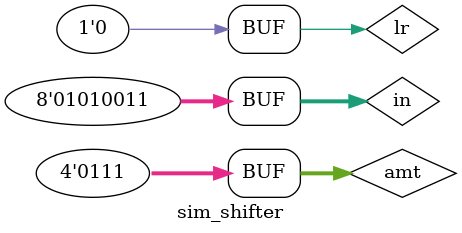
<source format=v>
`timescale 1ns / 1ps
module sim_shifter;
reg [7:0] in;
reg [3:0] amt;
reg lr;
wire [7:0] out;
multi_barrel_shifter shft (in,amt,lr,out);

initial
begin
 in = 8'b01010011;
 amt = 3'b000;
 lr = 1'b1;
# 200;
 lr = 1'b0;
# 200;
 amt = 3'b001;
 lr = 1'b1;
# 200;
 lr = 1'b0;
# 200;
 amt = 3'b010;
 lr = 1'b1;
# 200;
 lr = 1'b0;
# 200;
 amt = 3'b100;
 lr = 1'b1;
# 200;
 lr = 1'b0;
# 200;
 amt = 3'b111;
 lr = 1'b1;
# 200;
 lr = 1'b0;
# 200;
end


endmodule 
</source>
